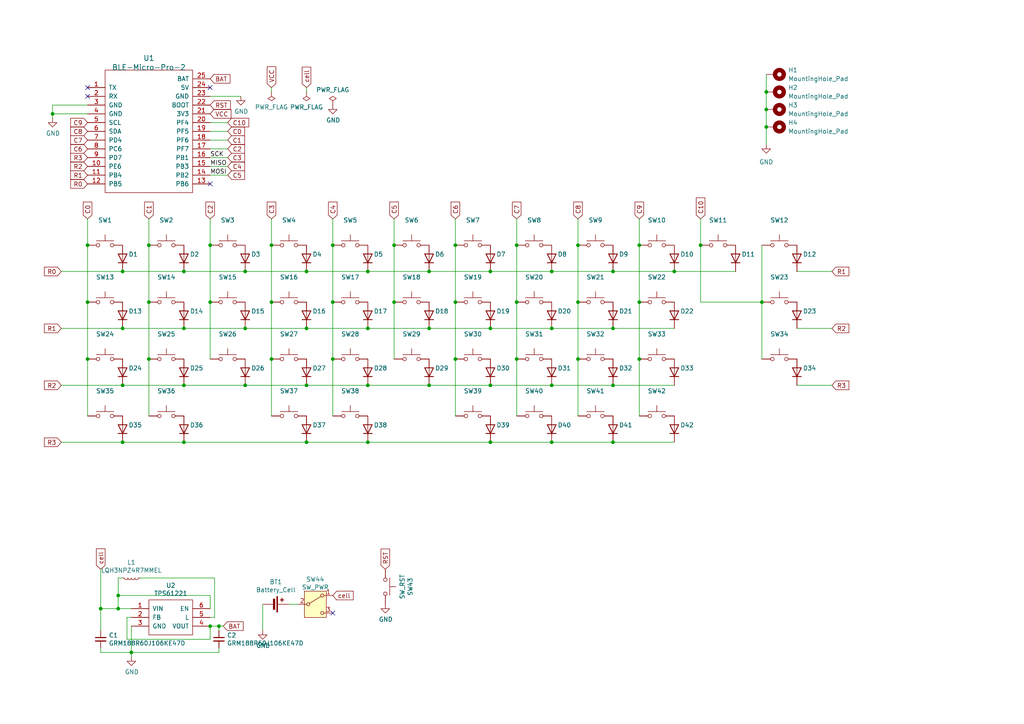
<source format=kicad_sch>
(kicad_sch (version 20250114) (generator "eeschema") (generator_version "9.0")
  (paper "A4")
  (junction (at 160.02 78.74))
  (junction (at 203.2 71.12))
  (junction (at 124.46 78.74))
  (junction (at 160.02 128.27))
  (junction (at 220.98 87.63))
  (junction (at 35.56 111.76))
  (junction (at 53.34 111.76))
  (junction (at 106.68 95.25))
  (junction (at 142.24 95.25))
  (junction (at 25.4 104.14))
  (junction (at 60.96 71.12))
  (junction (at 88.9 78.74))
  (junction (at 167.64 104.14))
  (junction (at 34.29 172.72))
  (junction (at 185.42 87.63))
  (junction (at 124.46 111.76))
  (junction (at 185.42 71.12))
  (junction (at 53.34 95.25))
  (junction (at 35.56 128.27))
  (junction (at 53.34 78.74))
  (junction (at 160.02 111.76))
  (junction (at 177.8 95.25))
  (junction (at 96.52 71.12))
  (junction (at 222.25 36.83))
  (junction (at 106.68 128.27))
  (junction (at 177.8 128.27))
  (junction (at 114.3 71.12))
  (junction (at 15.24 33.02))
  (junction (at 96.52 87.63))
  (junction (at 114.3 87.63))
  (junction (at 78.74 87.63))
  (junction (at 35.56 95.25))
  (junction (at 177.8 111.76))
  (junction (at 88.9 128.27))
  (junction (at 167.64 71.12))
  (junction (at 71.12 95.25))
  (junction (at 222.25 31.75))
  (junction (at 63.5 181.61))
  (junction (at 43.18 71.12))
  (junction (at 149.86 104.14))
  (junction (at 149.86 71.12))
  (junction (at 149.86 87.63))
  (junction (at 88.9 111.76))
  (junction (at 38.1 189.23))
  (junction (at 25.4 87.63))
  (junction (at 124.46 95.25))
  (junction (at 78.74 104.14))
  (junction (at 29.21 176.53))
  (junction (at 195.58 78.74))
  (junction (at 142.24 111.76))
  (junction (at 60.96 87.63))
  (junction (at 53.34 128.27))
  (junction (at 60.96 181.61))
  (junction (at 185.42 104.14))
  (junction (at 25.4 71.12))
  (junction (at 132.08 104.14))
  (junction (at 142.24 78.74))
  (junction (at 43.18 104.14))
  (junction (at 43.18 87.63))
  (junction (at 71.12 78.74))
  (junction (at 35.56 78.74))
  (junction (at 106.68 78.74))
  (junction (at 160.02 95.25))
  (junction (at 96.52 104.14))
  (junction (at 106.68 111.76))
  (junction (at 132.08 87.63))
  (junction (at 71.12 111.76))
  (junction (at 132.08 71.12))
  (junction (at 177.8 78.74))
  (junction (at 167.64 87.63))
  (junction (at 222.25 26.67))
  (junction (at 88.9 95.25))
  (junction (at 142.24 128.27))
  (junction (at 78.74 71.12))
  (junction (at 34.29 176.53))
  (no_connect (at 60.96 25.4))
  (no_connect (at 96.52 177.8))
  (no_connect (at 25.4 25.4))
  (no_connect (at 25.4 27.94))
  (no_connect (at 60.96 53.34))
  (wire (pts (xy 62.23 167.64) (xy 62.23 179.07)))
  (wire (pts (xy 35.56 128.27) (xy 53.34 128.27)))
  (wire (pts (xy 25.4 33.02) (xy 15.24 33.02)))
  (wire (pts (xy 38.1 189.23) (xy 63.5 189.23)))
  (wire (pts (xy 88.9 26.67) (xy 88.9 25.4)))
  (wire (pts (xy 177.8 128.27) (xy 195.58 128.27)))
  (wire (pts (xy 17.78 128.27) (xy 35.56 128.27)))
  (wire (pts (xy 43.18 87.63) (xy 43.18 104.14)))
  (wire (pts (xy 36.83 185.42) (xy 60.96 185.42)))
  (wire (pts (xy 38.1 179.07) (xy 36.83 179.07)))
  (wire (pts (xy 177.8 95.25) (xy 195.58 95.25)))
  (wire (pts (xy 231.14 111.76) (xy 241.3 111.76)))
  (wire (pts (xy 17.78 95.25) (xy 35.56 95.25)))
  (wire (pts (xy 96.52 63.5) (xy 96.52 71.12)))
  (wire (pts (xy 124.46 111.76) (xy 142.24 111.76)))
  (wire (pts (xy 167.64 87.63) (xy 167.64 104.14)))
  (wire (pts (xy 185.42 104.14) (xy 185.42 120.65)))
  (wire (pts (xy 60.96 63.5) (xy 60.96 71.12)))
  (wire (pts (xy 114.3 87.63) (xy 114.3 104.14)))
  (wire (pts (xy 203.2 63.5) (xy 203.2 71.12)))
  (wire (pts (xy 53.34 111.76) (xy 71.12 111.76)))
  (wire (pts (xy 142.24 111.76) (xy 160.02 111.76)))
  (wire (pts (xy 88.9 78.74) (xy 106.68 78.74)))
  (wire (pts (xy 88.9 111.76) (xy 106.68 111.76)))
  (wire (pts (xy 36.83 179.07) (xy 36.83 185.42)))
  (wire (pts (xy 106.68 128.27) (xy 142.24 128.27)))
  (wire (pts (xy 203.2 71.12) (xy 203.2 87.63)))
  (wire (pts (xy 60.96 48.26) (xy 66.04 48.26)))
  (wire (pts (xy 177.8 111.76) (xy 195.58 111.76)))
  (wire (pts (xy 40.64 167.64) (xy 62.23 167.64)))
  (wire (pts (xy 106.68 78.74) (xy 124.46 78.74)))
  (wire (pts (xy 63.5 181.61) (xy 63.5 182.88)))
  (wire (pts (xy 231.14 78.74) (xy 241.3 78.74)))
  (wire (pts (xy 132.08 87.63) (xy 132.08 104.14)))
  (wire (pts (xy 34.29 167.64) (xy 34.29 172.72)))
  (wire (pts (xy 142.24 128.27) (xy 160.02 128.27)))
  (wire (pts (xy 25.4 104.14) (xy 25.4 120.65)))
  (wire (pts (xy 106.68 95.25) (xy 124.46 95.25)))
  (wire (pts (xy 71.12 111.76) (xy 88.9 111.76)))
  (wire (pts (xy 160.02 78.74) (xy 177.8 78.74)))
  (wire (pts (xy 167.64 104.14) (xy 167.64 120.65)))
  (wire (pts (xy 142.24 95.25) (xy 160.02 95.25)))
  (wire (pts (xy 38.1 181.61) (xy 38.1 189.23)))
  (wire (pts (xy 132.08 63.5) (xy 132.08 71.12)))
  (wire (pts (xy 53.34 128.27) (xy 88.9 128.27)))
  (wire (pts (xy 160.02 95.25) (xy 177.8 95.25)))
  (wire (pts (xy 60.96 185.42) (xy 60.96 181.61)))
  (wire (pts (xy 220.98 87.63) (xy 220.98 104.14)))
  (wire (pts (xy 78.74 104.14) (xy 78.74 120.65)))
  (wire (pts (xy 149.86 71.12) (xy 149.86 87.63)))
  (wire (pts (xy 88.9 95.25) (xy 106.68 95.25)))
  (wire (pts (xy 222.25 26.67) (xy 222.25 31.75)))
  (wire (pts (xy 25.4 30.48) (xy 15.24 30.48)))
  (wire (pts (xy 132.08 104.14) (xy 132.08 120.65)))
  (wire (pts (xy 167.64 71.12) (xy 167.64 87.63)))
  (wire (pts (xy 78.74 26.67) (xy 78.74 25.4)))
  (wire (pts (xy 114.3 71.12) (xy 114.3 87.63)))
  (wire (pts (xy 88.9 128.27) (xy 106.68 128.27)))
  (wire (pts (xy 177.8 78.74) (xy 195.58 78.74)))
  (wire (pts (xy 78.74 71.12) (xy 78.74 87.63)))
  (wire (pts (xy 203.2 87.63) (xy 220.98 87.63)))
  (wire (pts (xy 149.86 87.63) (xy 149.86 104.14)))
  (wire (pts (xy 60.96 172.72) (xy 34.29 172.72)))
  (wire (pts (xy 63.5 181.61) (xy 64.77 181.61)))
  (wire (pts (xy 71.12 78.74) (xy 88.9 78.74)))
  (wire (pts (xy 29.21 189.23) (xy 29.21 187.96)))
  (wire (pts (xy 38.1 176.53) (xy 34.29 176.53)))
  (wire (pts (xy 43.18 104.14) (xy 43.18 120.65)))
  (wire (pts (xy 60.96 176.53) (xy 60.96 172.72)))
  (wire (pts (xy 60.96 43.18) (xy 66.04 43.18)))
  (wire (pts (xy 185.42 71.12) (xy 185.42 87.63)))
  (wire (pts (xy 35.56 111.76) (xy 53.34 111.76)))
  (wire (pts (xy 106.68 111.76) (xy 124.46 111.76)))
  (wire (pts (xy 149.86 63.5) (xy 149.86 71.12)))
  (wire (pts (xy 43.18 71.12) (xy 43.18 87.63)))
  (wire (pts (xy 60.96 35.56) (xy 66.04 35.56)))
  (wire (pts (xy 78.74 87.63) (xy 78.74 104.14)))
  (wire (pts (xy 185.42 63.5) (xy 185.42 71.12)))
  (wire (pts (xy 38.1 189.23) (xy 38.1 190.5)))
  (wire (pts (xy 60.96 38.1) (xy 66.04 38.1)))
  (wire (pts (xy 222.25 21.59) (xy 222.25 26.67)))
  (wire (pts (xy 222.25 36.83) (xy 222.25 41.91)))
  (wire (pts (xy 35.56 78.74) (xy 53.34 78.74)))
  (wire (pts (xy 220.98 71.12) (xy 220.98 87.63)))
  (wire (pts (xy 17.78 111.76) (xy 35.56 111.76)))
  (wire (pts (xy 96.52 87.63) (xy 96.52 104.14)))
  (wire (pts (xy 60.96 181.61) (xy 63.5 181.61)))
  (wire (pts (xy 185.42 87.63) (xy 185.42 104.14)))
  (wire (pts (xy 53.34 95.25) (xy 71.12 95.25)))
  (wire (pts (xy 63.5 189.23) (xy 63.5 187.96)))
  (wire (pts (xy 195.58 78.74) (xy 213.36 78.74)))
  (wire (pts (xy 60.96 87.63) (xy 60.96 104.14)))
  (wire (pts (xy 60.96 40.64) (xy 66.04 40.64)))
  (wire (pts (xy 60.96 71.12) (xy 60.96 87.63)))
  (wire (pts (xy 76.2 175.26) (xy 76.2 182.88)))
  (wire (pts (xy 96.52 104.14) (xy 96.52 120.65)))
  (wire (pts (xy 60.96 50.8) (xy 66.04 50.8)))
  (wire (pts (xy 124.46 95.25) (xy 142.24 95.25)))
  (wire (pts (xy 167.64 63.5) (xy 167.64 71.12)))
  (wire (pts (xy 17.78 78.74) (xy 35.56 78.74)))
  (wire (pts (xy 124.46 78.74) (xy 142.24 78.74)))
  (wire (pts (xy 62.23 179.07) (xy 60.96 179.07)))
  (wire (pts (xy 60.96 27.94) (xy 69.85 27.94)))
  (wire (pts (xy 53.34 78.74) (xy 71.12 78.74)))
  (wire (pts (xy 132.08 71.12) (xy 132.08 87.63)))
  (wire (pts (xy 25.4 87.63) (xy 25.4 104.14)))
  (wire (pts (xy 66.04 45.72) (xy 60.96 45.72)))
  (wire (pts (xy 38.1 189.23) (xy 29.21 189.23)))
  (wire (pts (xy 142.24 78.74) (xy 160.02 78.74)))
  (wire (pts (xy 96.52 71.12) (xy 96.52 87.63)))
  (wire (pts (xy 15.24 33.02) (xy 15.24 34.29)))
  (wire (pts (xy 222.25 31.75) (xy 222.25 36.83)))
  (wire (pts (xy 83.82 175.26) (xy 86.36 175.26)))
  (wire (pts (xy 78.74 63.5) (xy 78.74 71.12)))
  (wire (pts (xy 34.29 176.53) (xy 29.21 176.53)))
  (wire (pts (xy 160.02 111.76) (xy 177.8 111.76)))
  (wire (pts (xy 25.4 63.5) (xy 25.4 71.12)))
  (wire (pts (xy 35.56 167.64) (xy 34.29 167.64)))
  (wire (pts (xy 35.56 95.25) (xy 53.34 95.25)))
  (wire (pts (xy 34.29 172.72) (xy 34.29 176.53)))
  (wire (pts (xy 25.4 71.12) (xy 25.4 87.63)))
  (wire (pts (xy 71.12 95.25) (xy 88.9 95.25)))
  (wire (pts (xy 149.86 104.14) (xy 149.86 120.65)))
  (wire (pts (xy 15.24 30.48) (xy 15.24 33.02)))
  (wire (pts (xy 231.14 95.25) (xy 241.3 95.25)))
  (wire (pts (xy 29.21 176.53) (xy 29.21 182.88)))
  (wire (pts (xy 160.02 128.27) (xy 177.8 128.27)))
  (wire (pts (xy 114.3 63.5) (xy 114.3 71.12)))
  (wire (pts (xy 29.21 165.1) (xy 29.21 176.53)))
  (wire (pts (xy 43.18 63.5) (xy 43.18 71.12)))
  (label "SCK" (at 60.96 45.72 0))
  (label "MISO" (at 60.96 48.26 0))
  (label "MOSI" (at 60.96 50.8 0))
  (global_label "C8" (shape input) (at 167.64 63.5 90) (property "Intersheetrefs" "${INTERSHEET_REFS}" (effects (hide yes))))
  (global_label "R3" (shape input) (at 17.78 128.27 180) (property "Intersheetrefs" "${INTERSHEET_REFS}" (effects (hide yes))))
  (global_label "BAT" (shape input) (at 64.77 181.61 0) (property "Intersheetrefs" "${INTERSHEET_REFS}" (effects (hide yes))))
  (global_label "R3" (shape input) (at 241.3 111.76 0) (property "Intersheetrefs" "${INTERSHEET_REFS}" (effects (hide yes))))
  (global_label "cell" (shape input) (at 88.9 25.4 90) (property "Intersheetrefs" "${INTERSHEET_REFS}" (effects (hide yes))))
  (global_label "C1" (shape input) (at 66.04 40.64 0) (property "Intersheetrefs" "${INTERSHEET_REFS}" (effects (hide yes))))
  (global_label "C9" (shape input) (at 185.42 63.5 90) (property "Intersheetrefs" "${INTERSHEET_REFS}" (effects (hide yes))))
  (global_label "R1" (shape input) (at 17.78 95.25 180) (property "Intersheetrefs" "${INTERSHEET_REFS}" (effects (hide yes))))
  (global_label "R2" (shape input) (at 25.4 48.26 180) (property "Intersheetrefs" "${INTERSHEET_REFS}" (effects (hide yes))))
  (global_label "C6" (shape input) (at 132.08 63.5 90) (property "Intersheetrefs" "${INTERSHEET_REFS}" (effects (hide yes))))
  (global_label "R1" (shape input) (at 241.3 78.74 0) (property "Intersheetrefs" "${INTERSHEET_REFS}" (effects (hide yes))))
  (global_label "C2" (shape input) (at 60.96 63.5 90) (property "Intersheetrefs" "${INTERSHEET_REFS}" (effects (hide yes))))
  (global_label "R1" (shape input) (at 25.4 50.8 180) (property "Intersheetrefs" "${INTERSHEET_REFS}" (effects (hide yes))))
  (global_label "C9" (shape input) (at 25.4 35.56 180) (property "Intersheetrefs" "${INTERSHEET_REFS}" (effects (hide yes))))
  (global_label "R0" (shape input) (at 17.78 78.74 180) (property "Intersheetrefs" "${INTERSHEET_REFS}" (effects (hide yes))))
  (global_label "R2" (shape input) (at 241.3 95.25 0) (property "Intersheetrefs" "${INTERSHEET_REFS}" (effects (hide yes))))
  (global_label "C4" (shape input) (at 96.52 63.5 90) (property "Intersheetrefs" "${INTERSHEET_REFS}" (effects (hide yes))))
  (global_label "R2" (shape input) (at 17.78 111.76 180) (property "Intersheetrefs" "${INTERSHEET_REFS}" (effects (hide yes))))
  (global_label "VCC" (shape input) (at 60.96 33.02 0) (property "Intersheetrefs" "${INTERSHEET_REFS}" (effects (hide yes))))
  (global_label "C0" (shape input) (at 25.4 63.5 90) (property "Intersheetrefs" "${INTERSHEET_REFS}" (effects (hide yes))))
  (global_label "C1" (shape input) (at 43.18 63.5 90) (property "Intersheetrefs" "${INTERSHEET_REFS}" (effects (hide yes))))
  (global_label "RST" (shape input) (at 60.96 30.48 0) (property "Intersheetrefs" "${INTERSHEET_REFS}" (effects (hide yes))))
  (global_label "C3" (shape input) (at 66.04 45.72 0) (property "Intersheetrefs" "${INTERSHEET_REFS}" (effects (hide yes))))
  (global_label "RST" (shape input) (at 111.76 165.1 90) (property "Intersheetrefs" "${INTERSHEET_REFS}" (effects (hide yes))))
  (global_label "R0" (shape input) (at 25.4 53.34 180) (property "Intersheetrefs" "${INTERSHEET_REFS}" (effects (hide yes))))
  (global_label "cell" (shape input) (at 29.21 165.1 90) (property "Intersheetrefs" "${INTERSHEET_REFS}" (effects (hide yes))))
  (global_label "C4" (shape input) (at 66.04 48.26 0) (property "Intersheetrefs" "${INTERSHEET_REFS}" (effects (hide yes))))
  (global_label "C3" (shape input) (at 78.74 63.5 90) (property "Intersheetrefs" "${INTERSHEET_REFS}" (effects (hide yes))))
  (global_label "C7" (shape input) (at 149.86 63.5 90) (property "Intersheetrefs" "${INTERSHEET_REFS}" (effects (hide yes))))
  (global_label "R3" (shape input) (at 25.4 45.72 180) (property "Intersheetrefs" "${INTERSHEET_REFS}" (effects (hide yes))))
  (global_label "C7" (shape input) (at 25.4 40.64 180) (property "Intersheetrefs" "${INTERSHEET_REFS}" (effects (hide yes))))
  (global_label "BAT" (shape input) (at 60.96 22.86 0) (property "Intersheetrefs" "${INTERSHEET_REFS}" (effects (hide yes))))
  (global_label "VCC" (shape input) (at 78.74 25.4 90) (property "Intersheetrefs" "${INTERSHEET_REFS}" (effects (hide yes))))
  (global_label "C10" (shape input) (at 203.2 63.5 90) (property "Intersheetrefs" "${INTERSHEET_REFS}" (effects (hide yes))))
  (global_label "C6" (shape input) (at 25.4 43.18 180) (property "Intersheetrefs" "${INTERSHEET_REFS}" (effects (hide yes))))
  (global_label "C0" (shape input) (at 66.04 38.1 0) (property "Intersheetrefs" "${INTERSHEET_REFS}" (effects (hide yes))))
  (global_label "C5" (shape input) (at 66.04 50.8 0) (property "Intersheetrefs" "${INTERSHEET_REFS}" (effects (hide yes))))
  (global_label "cell" (shape input) (at 96.52 172.72 0) (property "Intersheetrefs" "${INTERSHEET_REFS}" (effects (hide yes))))
  (global_label "C2" (shape input) (at 66.04 43.18 0) (property "Intersheetrefs" "${INTERSHEET_REFS}" (effects (hide yes))))
  (global_label "C5" (shape input) (at 114.3 63.5 90) (property "Intersheetrefs" "${INTERSHEET_REFS}" (effects (hide yes))))
  (global_label "C8" (shape input) (at 25.4 38.1 180) (property "Intersheetrefs" "${INTERSHEET_REFS}" (effects (hide yes))))
  (global_label "C10" (shape input) (at 66.04 35.56 0) (property "Intersheetrefs" "${INTERSHEET_REFS}" (effects (hide yes))))
  (symbol (lib_id "power:PWR_FLAG") (at 88.9 26.67 180) (unit 1)
    (property "Reference" "#FLG02" (effects (hide yes)))
    (property "Value" "PWR_FLAG" (at 88.9 31.0642 0))
  )
  (symbol (lib_id "Device:Battery_Cell") (at 78.74 175.26 270) (mirror x) (unit 1)
    (property "Reference" "BT1" (at 80.01 168.783 90))
    (property "Value" "Battery_Cell" (at 80.01 171.0944 90))
    (property "Footprint" "Battery:BatteryHolder_Keystone_2466_1xAAA" (effects (hide yes)))
  )
  (symbol (lib_id "power:GND") (at 76.2 182.88 0) (unit 1)
    (property "Reference" "#PWR06" (effects (hide yes)))
    (property "Value" "GND" (at 76.327 187.2742 0))
  )
  (symbol (lib_id "Switch:SW_Push") (at 30.48 71.12 0) (unit 1)
    (property "Reference" "SW1" (at 30.48 63.881 0))
    (property "Value" "CPG151101S11-16" (effects (hide yes)))
    (property "Footprint" "cscslib:CPG151101S11_1.5u" (effects (hide yes)))
  )
  (symbol (lib_id "Diode:1N4148W") (at 35.56 74.93 90) (unit 1)
    (property "Reference" "D1" (at 37.2872 73.7616 90) (effects (justify right)))
    (property "Value" "1N4148W" (effects (hide yes)))
    (property "Footprint" "Diode_SMD:D_SOD-123" (effects (hide yes)))
    (property "Datasheet" "https://www.vishay.com/docs/85748/1n4148w.pdf" (effects (hide yes)))
    (property "Description" "75V 0.15A Fast Switching Diode, SOD-123" (effects (hide yes)))
    (property "Sim.Device" "D" (effects (hide yes)))
    (property "Sim.Pins" "1=K 2=A" (effects (hide yes)))
  )
  (symbol (lib_id "Switch:SW_Push") (at 48.26 71.12 0) (unit 1)
    (property "Reference" "SW2" (at 48.26 63.881 0))
    (property "Value" "CPG151101S11-16" (effects (hide yes)))
    (property "Footprint" "cscslib:CPG151101S11_1u" (effects (hide yes)))
  )
  (symbol (lib_id "Diode:1N4148W") (at 53.34 74.93 90) (unit 1)
    (property "Reference" "D2" (at 55.0672 73.7616 90) (effects (justify right)))
    (property "Value" "1N4148W" (effects (hide yes)))
    (property "Footprint" "Diode_SMD:D_SOD-123" (effects (hide yes)))
    (property "Datasheet" "https://www.vishay.com/docs/85748/1n4148w.pdf" (effects (hide yes)))
    (property "Description" "75V 0.15A Fast Switching Diode, SOD-123" (effects (hide yes)))
    (property "Sim.Device" "D" (effects (hide yes)))
    (property "Sim.Pins" "1=K 2=A" (effects (hide yes)))
  )
  (symbol (lib_id "Switch:SW_Push") (at 66.04 71.12 0) (unit 1)
    (property "Reference" "SW3" (at 66.04 63.881 0))
    (property "Value" "CPG151101S11-16" (effects (hide yes)))
    (property "Footprint" "cscslib:CPG151101S11_1u" (effects (hide yes)))
  )
  (symbol (lib_id "Diode:1N4148W") (at 71.12 74.93 90) (unit 1)
    (property "Reference" "D3" (at 72.8472 73.7616 90) (effects (justify right)))
    (property "Value" "1N4148W" (effects (hide yes)))
    (property "Footprint" "Diode_SMD:D_SOD-123" (effects (hide yes)))
    (property "Datasheet" "https://www.vishay.com/docs/85748/1n4148w.pdf" (effects (hide yes)))
    (property "Description" "75V 0.15A Fast Switching Diode, SOD-123" (effects (hide yes)))
    (property "Sim.Device" "D" (effects (hide yes)))
    (property "Sim.Pins" "1=K 2=A" (effects (hide yes)))
  )
  (symbol (lib_id "Switch:SW_Push") (at 83.82 71.12 0) (unit 1)
    (property "Reference" "SW4" (at 83.82 63.881 0))
    (property "Value" "CPG151101S11-16" (effects (hide yes)))
    (property "Footprint" "cscslib:CPG151101S11_1u" (effects (hide yes)))
  )
  (symbol (lib_id "Diode:1N4148W") (at 88.9 74.93 90) (unit 1)
    (property "Reference" "D4" (at 90.6272 73.7616 90) (effects (justify right)))
    (property "Value" "1N4148W" (effects (hide yes)))
    (property "Footprint" "Diode_SMD:D_SOD-123" (effects (hide yes)))
    (property "Datasheet" "https://www.vishay.com/docs/85748/1n4148w.pdf" (effects (hide yes)))
    (property "Description" "75V 0.15A Fast Switching Diode, SOD-123" (effects (hide yes)))
    (property "Sim.Device" "D" (effects (hide yes)))
    (property "Sim.Pins" "1=K 2=A" (effects (hide yes)))
  )
  (symbol (lib_id "Switch:SW_Push") (at 101.6 71.12 0) (unit 1)
    (property "Reference" "SW5" (at 101.6 63.881 0))
    (property "Value" "CPG151101S11-16" (effects (hide yes)))
    (property "Footprint" "cscslib:CPG151101S11_1u" (effects (hide yes)))
  )
  (symbol (lib_id "Diode:1N4148W") (at 106.68 74.93 90) (unit 1)
    (property "Reference" "D5" (at 108.4072 73.7616 90) (effects (justify right)))
    (property "Value" "1N4148W" (effects (hide yes)))
    (property "Footprint" "Diode_SMD:D_SOD-123" (effects (hide yes)))
    (property "Datasheet" "https://www.vishay.com/docs/85748/1n4148w.pdf" (effects (hide yes)))
    (property "Description" "75V 0.15A Fast Switching Diode, SOD-123" (effects (hide yes)))
    (property "Sim.Device" "D" (effects (hide yes)))
    (property "Sim.Pins" "1=K 2=A" (effects (hide yes)))
  )
  (symbol (lib_id "Switch:SW_Push") (at 119.38 71.12 0) (unit 1)
    (property "Reference" "SW6" (at 119.38 63.881 0))
    (property "Value" "CPG151101S11-16" (effects (hide yes)))
    (property "Footprint" "cscslib:CPG151101S11_1u" (effects (hide yes)))
  )
  (symbol (lib_id "Diode:1N4148W") (at 124.46 74.93 90) (unit 1)
    (property "Reference" "D6" (at 126.1872 73.7616 90) (effects (justify right)))
    (property "Value" "1N4148W" (effects (hide yes)))
    (property "Footprint" "Diode_SMD:D_SOD-123" (effects (hide yes)))
    (property "Datasheet" "https://www.vishay.com/docs/85748/1n4148w.pdf" (effects (hide yes)))
    (property "Description" "75V 0.15A Fast Switching Diode, SOD-123" (effects (hide yes)))
    (property "Sim.Device" "D" (effects (hide yes)))
    (property "Sim.Pins" "1=K 2=A" (effects (hide yes)))
  )
  (symbol (lib_id "Switch:SW_SPDT") (at 91.44 175.26 0) (unit 1)
    (property "Reference" "SW44" (at 91.44 168.021 0))
    (property "Value" "SW_PWR" (at 91.44 170.3324 0))
    (property "Footprint" "cscslib:SLIDE_SWITCH_SK-12D01" (effects (hide yes)))
  )
  (symbol (lib_id "Switch:SW_Push") (at 30.48 87.63 0) (unit 1)
    (property "Reference" "SW13" (at 30.48 80.391 0))
    (property "Value" "CPG151101S11-16" (effects (hide yes)))
    (property "Footprint" "cscslib:CPG151101S11_1.75u" (effects (hide yes)))
  )
  (symbol (lib_id "Diode:1N4148W") (at 35.56 91.44 90) (unit 1)
    (property "Reference" "D13" (at 37.2872 90.2716 90) (effects (justify right)))
    (property "Value" "1N4148W" (effects (hide yes)))
    (property "Footprint" "Diode_SMD:D_SOD-123" (effects (hide yes)))
    (property "Datasheet" "https://www.vishay.com/docs/85748/1n4148w.pdf" (effects (hide yes)))
    (property "Description" "75V 0.15A Fast Switching Diode, SOD-123" (effects (hide yes)))
    (property "Sim.Device" "D" (effects (hide yes)))
    (property "Sim.Pins" "1=K 2=A" (effects (hide yes)))
  )
  (symbol (lib_id "Switch:SW_Push") (at 48.26 87.63 0) (unit 1)
    (property "Reference" "SW14" (at 48.26 80.391 0))
    (property "Value" "CPG151101S11-16" (effects (hide yes)))
    (property "Footprint" "cscslib:CPG151101S11_1u" (effects (hide yes)))
  )
  (symbol (lib_id "Diode:1N4148W") (at 53.34 91.44 90) (unit 1)
    (property "Reference" "D14" (at 55.0672 90.2716 90) (effects (justify right)))
    (property "Value" "1N4148W" (effects (hide yes)))
    (property "Footprint" "Diode_SMD:D_SOD-123" (effects (hide yes)))
    (property "Datasheet" "https://www.vishay.com/docs/85748/1n4148w.pdf" (effects (hide yes)))
    (property "Description" "75V 0.15A Fast Switching Diode, SOD-123" (effects (hide yes)))
    (property "Sim.Device" "D" (effects (hide yes)))
    (property "Sim.Pins" "1=K 2=A" (effects (hide yes)))
  )
  (symbol (lib_id "Switch:SW_Push") (at 66.04 87.63 0) (unit 1)
    (property "Reference" "SW15" (at 66.04 80.391 0))
    (property "Value" "CPG151101S11-16" (effects (hide yes)))
    (property "Footprint" "cscslib:CPG151101S11_1u" (effects (hide yes)))
  )
  (symbol (lib_id "Diode:1N4148W") (at 71.12 91.44 90) (unit 1)
    (property "Reference" "D15" (at 72.8472 90.2716 90) (effects (justify right)))
    (property "Value" "1N4148W" (effects (hide yes)))
    (property "Footprint" "Diode_SMD:D_SOD-123" (effects (hide yes)))
    (property "Datasheet" "https://www.vishay.com/docs/85748/1n4148w.pdf" (effects (hide yes)))
    (property "Description" "75V 0.15A Fast Switching Diode, SOD-123" (effects (hide yes)))
    (property "Sim.Device" "D" (effects (hide yes)))
    (property "Sim.Pins" "1=K 2=A" (effects (hide yes)))
  )
  (symbol (lib_id "Switch:SW_Push") (at 83.82 87.63 0) (unit 1)
    (property "Reference" "SW16" (at 83.82 80.391 0))
    (property "Value" "CPG151101S11-16" (effects (hide yes)))
    (property "Footprint" "cscslib:CPG151101S11_1u" (effects (hide yes)))
  )
  (symbol (lib_id "Diode:1N4148W") (at 88.9 91.44 90) (unit 1)
    (property "Reference" "D16" (at 90.6272 90.2716 90) (effects (justify right)))
    (property "Value" "1N4148W" (effects (hide yes)))
    (property "Footprint" "Diode_SMD:D_SOD-123" (effects (hide yes)))
    (property "Datasheet" "https://www.vishay.com/docs/85748/1n4148w.pdf" (effects (hide yes)))
    (property "Description" "75V 0.15A Fast Switching Diode, SOD-123" (effects (hide yes)))
    (property "Sim.Device" "D" (effects (hide yes)))
    (property "Sim.Pins" "1=K 2=A" (effects (hide yes)))
  )
  (symbol (lib_id "Switch:SW_Push") (at 101.6 87.63 0) (unit 1)
    (property "Reference" "SW17" (at 101.6 80.391 0))
    (property "Value" "CPG151101S11-16" (effects (hide yes)))
    (property "Footprint" "cscslib:CPG151101S11_1u" (effects (hide yes)))
  )
  (symbol (lib_id "Diode:1N4148W") (at 106.68 91.44 90) (unit 1)
    (property "Reference" "D17" (at 108.4072 90.2716 90) (effects (justify right)))
    (property "Value" "1N4148W" (effects (hide yes)))
    (property "Footprint" "Diode_SMD:D_SOD-123" (effects (hide yes)))
    (property "Datasheet" "https://www.vishay.com/docs/85748/1n4148w.pdf" (effects (hide yes)))
    (property "Description" "75V 0.15A Fast Switching Diode, SOD-123" (effects (hide yes)))
    (property "Sim.Device" "D" (effects (hide yes)))
    (property "Sim.Pins" "1=K 2=A" (effects (hide yes)))
  )
  (symbol (lib_id "Switch:SW_Push") (at 119.38 87.63 0) (unit 1)
    (property "Reference" "SW18" (at 119.38 80.391 0))
    (property "Value" "CPG151101S11-16" (effects (hide yes)))
    (property "Footprint" "cscslib:CPG151101S11_1u" (effects (hide yes)))
  )
  (symbol (lib_id "Diode:1N4148W") (at 124.46 91.44 90) (unit 1)
    (property "Reference" "D18" (at 126.1872 90.2716 90) (effects (justify right)))
    (property "Value" "1N4148W" (effects (hide yes)))
    (property "Footprint" "Diode_SMD:D_SOD-123" (effects (hide yes)))
    (property "Datasheet" "https://www.vishay.com/docs/85748/1n4148w.pdf" (effects (hide yes)))
    (property "Description" "75V 0.15A Fast Switching Diode, SOD-123" (effects (hide yes)))
    (property "Sim.Device" "D" (effects (hide yes)))
    (property "Sim.Pins" "1=K 2=A" (effects (hide yes)))
  )
  (symbol (lib_id "Switch:SW_Push") (at 30.48 104.14 0) (unit 1)
    (property "Reference" "SW24" (at 30.48 96.901 0))
    (property "Value" "CPG151101S11-16" (effects (hide yes)))
    (property "Footprint" "cscslib:CPG151101S11_2.25u" (effects (hide yes)))
  )
  (symbol (lib_id "Diode:1N4148W") (at 35.56 107.95 90) (unit 1)
    (property "Reference" "D24" (at 37.2872 106.7816 90) (effects (justify right)))
    (property "Value" "1N4148W" (effects (hide yes)))
    (property "Footprint" "Diode_SMD:D_SOD-123" (effects (hide yes)))
    (property "Datasheet" "https://www.vishay.com/docs/85748/1n4148w.pdf" (effects (hide yes)))
    (property "Description" "75V 0.15A Fast Switching Diode, SOD-123" (effects (hide yes)))
    (property "Sim.Device" "D" (effects (hide yes)))
    (property "Sim.Pins" "1=K 2=A" (effects (hide yes)))
  )
  (symbol (lib_id "Switch:SW_Push") (at 48.26 104.14 0) (unit 1)
    (property "Reference" "SW25" (at 48.26 96.901 0))
    (property "Value" "CPG151101S11-16" (effects (hide yes)))
    (property "Footprint" "cscslib:CPG151101S11_1u" (effects (hide yes)))
  )
  (symbol (lib_id "Diode:1N4148W") (at 53.34 107.95 90) (unit 1)
    (property "Reference" "D25" (at 55.0672 106.7816 90) (effects (justify right)))
    (property "Value" "1N4148W" (effects (hide yes)))
    (property "Footprint" "Diode_SMD:D_SOD-123" (effects (hide yes)))
    (property "Datasheet" "https://www.vishay.com/docs/85748/1n4148w.pdf" (effects (hide yes)))
    (property "Description" "75V 0.15A Fast Switching Diode, SOD-123" (effects (hide yes)))
    (property "Sim.Device" "D" (effects (hide yes)))
    (property "Sim.Pins" "1=K 2=A" (effects (hide yes)))
  )
  (symbol (lib_id "Switch:SW_Push") (at 66.04 104.14 0) (unit 1)
    (property "Reference" "SW26" (at 66.04 96.901 0))
    (property "Value" "CPG151101S11-16" (effects (hide yes)))
    (property "Footprint" "cscslib:CPG151101S11_1u" (effects (hide yes)))
  )
  (symbol (lib_id "Diode:1N4148W") (at 71.12 107.95 90) (unit 1)
    (property "Reference" "D26" (at 72.8472 106.7816 90) (effects (justify right)))
    (property "Value" "1N4148W" (effects (hide yes)))
    (property "Footprint" "Diode_SMD:D_SOD-123" (effects (hide yes)))
    (property "Datasheet" "https://www.vishay.com/docs/85748/1n4148w.pdf" (effects (hide yes)))
    (property "Description" "75V 0.15A Fast Switching Diode, SOD-123" (effects (hide yes)))
    (property "Sim.Device" "D" (effects (hide yes)))
    (property "Sim.Pins" "1=K 2=A" (effects (hide yes)))
  )
  (symbol (lib_id "Switch:SW_Push") (at 83.82 104.14 0) (unit 1)
    (property "Reference" "SW27" (at 83.82 96.901 0))
    (property "Value" "CPG151101S11-16" (effects (hide yes)))
    (property "Footprint" "cscslib:CPG151101S11_1u" (effects (hide yes)))
  )
  (symbol (lib_id "Diode:1N4148W") (at 88.9 107.95 90) (unit 1)
    (property "Reference" "D27" (at 90.6272 106.7816 90) (effects (justify right)))
    (property "Value" "1N4148W" (effects (hide yes)))
    (property "Footprint" "Diode_SMD:D_SOD-123" (effects (hide yes)))
    (property "Datasheet" "https://www.vishay.com/docs/85748/1n4148w.pdf" (effects (hide yes)))
    (property "Description" "75V 0.15A Fast Switching Diode, SOD-123" (effects (hide yes)))
    (property "Sim.Device" "D" (effects (hide yes)))
    (property "Sim.Pins" "1=K 2=A" (effects (hide yes)))
  )
  (symbol (lib_id "Switch:SW_Push") (at 101.6 104.14 0) (unit 1)
    (property "Reference" "SW28" (at 101.6 96.901 0))
    (property "Value" "CPG151101S11-16" (effects (hide yes)))
    (property "Footprint" "cscslib:CPG151101S11_1u" (effects (hide yes)))
  )
  (symbol (lib_id "Diode:1N4148W") (at 106.68 107.95 90) (unit 1)
    (property "Reference" "D28" (at 108.4072 106.7816 90) (effects (justify right)))
    (property "Value" "1N4148W" (effects (hide yes)))
    (property "Footprint" "Diode_SMD:D_SOD-123" (effects (hide yes)))
    (property "Datasheet" "https://www.vishay.com/docs/85748/1n4148w.pdf" (effects (hide yes)))
    (property "Description" "75V 0.15A Fast Switching Diode, SOD-123" (effects (hide yes)))
    (property "Sim.Device" "D" (effects (hide yes)))
    (property "Sim.Pins" "1=K 2=A" (effects (hide yes)))
  )
  (symbol (lib_id "Switch:SW_Push") (at 119.38 104.14 0) (unit 1)
    (property "Reference" "SW29" (at 119.38 96.901 0))
    (property "Value" "CPG151101S11-16" (effects (hide yes)))
    (property "Footprint" "cscslib:CPG151101S11_1u" (effects (hide yes)))
  )
  (symbol (lib_id "Diode:1N4148W") (at 124.46 107.95 90) (unit 1)
    (property "Reference" "D29" (at 126.1872 106.7816 90) (effects (justify right)))
    (property "Value" "1N4148W" (effects (hide yes)))
    (property "Footprint" "Diode_SMD:D_SOD-123" (effects (hide yes)))
    (property "Datasheet" "https://www.vishay.com/docs/85748/1n4148w.pdf" (effects (hide yes)))
    (property "Description" "75V 0.15A Fast Switching Diode, SOD-123" (effects (hide yes)))
    (property "Sim.Device" "D" (effects (hide yes)))
    (property "Sim.Pins" "1=K 2=A" (effects (hide yes)))
  )
  (symbol (lib_id "Switch:SW_Push") (at 137.16 71.12 0) (unit 1)
    (property "Reference" "SW7" (at 137.16 63.881 0))
    (property "Value" "CPG151101S11-16" (effects (hide yes)))
    (property "Footprint" "cscslib:CPG151101S11_1u" (effects (hide yes)))
  )
  (symbol (lib_id "Diode:1N4148W") (at 142.24 74.93 90) (unit 1)
    (property "Reference" "D7" (at 143.9672 73.7616 90) (effects (justify right)))
    (property "Value" "1N4148W" (effects (hide yes)))
    (property "Footprint" "Diode_SMD:D_SOD-123" (effects (hide yes)))
    (property "Datasheet" "https://www.vishay.com/docs/85748/1n4148w.pdf" (effects (hide yes)))
    (property "Description" "75V 0.15A Fast Switching Diode, SOD-123" (effects (hide yes)))
    (property "Sim.Device" "D" (effects (hide yes)))
    (property "Sim.Pins" "1=K 2=A" (effects (hide yes)))
  )
  (symbol (lib_id "Switch:SW_Push") (at 137.16 87.63 0) (unit 1)
    (property "Reference" "SW19" (at 137.16 80.391 0))
    (property "Value" "CPG151101S11-16" (effects (hide yes)))
    (property "Footprint" "cscslib:CPG151101S11_1u" (effects (hide yes)))
  )
  (symbol (lib_id "Diode:1N4148W") (at 142.24 91.44 90) (unit 1)
    (property "Reference" "D19" (at 143.9672 90.2716 90) (effects (justify right)))
    (property "Value" "1N4148W" (effects (hide yes)))
    (property "Footprint" "Diode_SMD:D_SOD-123" (effects (hide yes)))
    (property "Datasheet" "https://www.vishay.com/docs/85748/1n4148w.pdf" (effects (hide yes)))
    (property "Description" "75V 0.15A Fast Switching Diode, SOD-123" (effects (hide yes)))
    (property "Sim.Device" "D" (effects (hide yes)))
    (property "Sim.Pins" "1=K 2=A" (effects (hide yes)))
  )
  (symbol (lib_id "Switch:SW_Push") (at 172.72 104.14 0) (unit 1)
    (property "Reference" "SW32" (at 172.72 96.901 0))
    (property "Value" "CPG151101S11-16" (effects (hide yes)))
    (property "Footprint" "cscslib:CPG151101S11_1u" (effects (hide yes)))
  )
  (symbol (lib_id "Diode:1N4148W") (at 177.8 107.95 90) (unit 1)
    (property "Reference" "D32" (at 179.5272 106.7816 90) (effects (justify right)))
    (property "Value" "1N4148W" (effects (hide yes)))
    (property "Footprint" "Diode_SMD:D_SOD-123" (effects (hide yes)))
    (property "Datasheet" "https://www.vishay.com/docs/85748/1n4148w.pdf" (effects (hide yes)))
    (property "Description" "75V 0.15A Fast Switching Diode, SOD-123" (effects (hide yes)))
    (property "Sim.Device" "D" (effects (hide yes)))
    (property "Sim.Pins" "1=K 2=A" (effects (hide yes)))
  )
  (symbol (lib_id "power:GND") (at 15.24 34.29 0) (unit 1)
    (property "Reference" "#PWR04" (effects (hide yes)))
    (property "Value" "GND" (at 15.367 38.6842 0))
  )
  (symbol (lib_id "power:GND") (at 69.85 27.94 0) (unit 1)
    (property "Reference" "#PWR01" (effects (hide yes)))
    (property "Value" "GND" (at 69.977 32.3342 0))
  )
  (symbol (lib_id "power:GND") (at 96.52 30.48 0) (unit 1)
    (property "Reference" "#PWR02" (effects (hide yes)))
    (property "Value" "GND" (at 96.647 34.8742 0))
  )
  (symbol (lib_id "power:PWR_FLAG") (at 96.52 30.48 0) (unit 1)
    (property "Reference" "#FLG03" (effects (hide yes)))
    (property "Value" "PWR_FLAG" (at 96.52 26.0604 0))
  )
  (symbol (lib_id "power:PWR_FLAG") (at 78.74 26.67 180) (unit 1)
    (property "Reference" "#FLG01" (effects (hide yes)))
    (property "Value" "PWR_FLAG" (at 78.74 31.0642 0))
  )
  (symbol (lib_id "Switch:SW_Push") (at 111.76 170.18 270) (unit 1)
    (property "Reference" "SW43" (at 118.999 170.18 0))
    (property "Value" "SW_RST" (at 116.6876 170.18 0))
    (property "Footprint" "cscslib:TACT_SWITCH_TVBP06" (effects (hide yes)))
  )
  (symbol (lib_id "power:GND") (at 111.76 175.26 0) (unit 1)
    (property "Reference" "#PWR05" (effects (hide yes)))
    (property "Value" "GND" (at 111.887 179.6542 0))
  )
  (symbol (lib_id "Device:C_Small") (at 29.21 185.42 0) (unit 1)
    (property "Reference" "C1" (at 31.5468 184.2516 0) (effects (justify left)))
    (property "Value" "GRM188R60J106KE47D" (at 31.5468 186.563 0) (effects (justify left)))
    (property "Footprint" "Capacitor_SMD:C_0603_1608Metric_Pad1.08x0.95mm_HandSolder" (effects (hide yes)))
    (property "Description" "Unpolarized capacitor, small symbol" (effects (hide yes)))
  )
  (symbol (lib_id "Device:C_Small") (at 63.5 185.42 0) (unit 1)
    (property "Reference" "C2" (at 65.8368 184.2516 0) (effects (justify left)))
    (property "Value" "GRM188R60J106KE47D" (at 65.8368 186.563 0) (effects (justify left)))
    (property "Footprint" "Capacitor_SMD:C_0603_1608Metric_Pad1.08x0.95mm_HandSolder" (effects (hide yes)))
    (property "Description" "Unpolarized capacitor, small symbol" (effects (hide yes)))
  )
  (symbol (lib_id "Device:L_Small") (at 38.1 167.64 270) (unit 1)
    (property "Reference" "L1" (at 38.1 163.1188 90))
    (property "Value" "LQH3NPZ4R7MMEL" (at 38.1 165.4302 90))
    (property "Footprint" "Inductor_SMD:L_Taiyo-Yuden_NR-30xx_HandSoldering" (effects (hide yes)))
  )
  (symbol (lib_id "power:GND") (at 38.1 190.5 0) (unit 1)
    (property "Reference" "#PWR07" (effects (hide yes)))
    (property "Value" "GND" (at 38.227 194.8942 0))
  )
  (symbol (lib_id "cscslib:TPS61221") (at 49.53 179.07 0) (unit 1)
    (property "Reference" "U2" (at 49.53 169.799 0))
    (property "Value" "TPS61221" (at 49.53 172.1104 0))
    (property "Footprint" "Package_TO_SOT_SMD:SOT-363_SC-70-6_Handsoldering" (effects (hide yes)))
  )
  (symbol (lib_id "cscslib:BLE-Micro-Pro-2") (at 43.18 39.37 0) (unit 1)
    (property "Reference" "U1" (at 43.18 16.8402 0) (effects (font (size 1.524 1.524))))
    (property "Value" "BLE-Micro-Pro-2" (at 43.18 19.5326 0) (effects (font (size 1.524 1.524))))
    (property "Footprint" "cscslib:BLEMicroPro-2N" (effects (hide yes)))
  )
  (symbol (lib_id "Switch:SW_Push") (at 154.94 71.12 0) (unit 1)
    (property "Reference" "SW8" (at 154.94 63.881 0))
    (property "Value" "CPG151101S11-16" (effects (hide yes)))
    (property "Footprint" "cscslib:CPG151101S11_1u" (effects (hide yes)))
  )
  (symbol (lib_id "Diode:1N4148W") (at 160.02 74.93 90) (unit 1)
    (property "Reference" "D8" (at 161.7472 73.7616 90) (effects (justify right)))
    (property "Value" "1N4148W" (effects (hide yes)))
    (property "Footprint" "Diode_SMD:D_SOD-123" (effects (hide yes)))
    (property "Datasheet" "https://www.vishay.com/docs/85748/1n4148w.pdf" (effects (hide yes)))
    (property "Description" "75V 0.15A Fast Switching Diode, SOD-123" (effects (hide yes)))
    (property "Sim.Device" "D" (effects (hide yes)))
    (property "Sim.Pins" "1=K 2=A" (effects (hide yes)))
  )
  (symbol (lib_id "Switch:SW_Push") (at 154.94 87.63 0) (unit 1)
    (property "Reference" "SW20" (at 154.94 80.391 0))
    (property "Value" "CPG151101S11-16" (effects (hide yes)))
    (property "Footprint" "cscslib:CPG151101S11_1u" (effects (hide yes)))
  )
  (symbol (lib_id "Diode:1N4148W") (at 160.02 91.44 90) (unit 1)
    (property "Reference" "D20" (at 161.7472 90.2716 90) (effects (justify right)))
    (property "Value" "1N4148W" (effects (hide yes)))
    (property "Footprint" "Diode_SMD:D_SOD-123" (effects (hide yes)))
    (property "Datasheet" "https://www.vishay.com/docs/85748/1n4148w.pdf" (effects (hide yes)))
    (property "Description" "75V 0.15A Fast Switching Diode, SOD-123" (effects (hide yes)))
    (property "Sim.Device" "D" (effects (hide yes)))
    (property "Sim.Pins" "1=K 2=A" (effects (hide yes)))
  )
  (symbol (lib_id "Switch:SW_Push") (at 137.16 104.14 0) (unit 1)
    (property "Reference" "SW30" (at 137.16 96.901 0))
    (property "Value" "CPG151101S11-16" (effects (hide yes)))
    (property "Footprint" "cscslib:CPG151101S11_1u" (effects (hide yes)))
  )
  (symbol (lib_id "Diode:1N4148W") (at 142.24 107.95 90) (unit 1)
    (property "Reference" "D30" (at 143.9672 106.7816 90) (effects (justify right)))
    (property "Value" "1N4148W" (effects (hide yes)))
    (property "Footprint" "Diode_SMD:D_SOD-123" (effects (hide yes)))
    (property "Datasheet" "https://www.vishay.com/docs/85748/1n4148w.pdf" (effects (hide yes)))
    (property "Description" "75V 0.15A Fast Switching Diode, SOD-123" (effects (hide yes)))
    (property "Sim.Device" "D" (effects (hide yes)))
    (property "Sim.Pins" "1=K 2=A" (effects (hide yes)))
  )
  (symbol (lib_id "Switch:SW_Push") (at 172.72 71.12 0) (unit 1)
    (property "Reference" "SW9" (at 172.72 63.881 0))
    (property "Value" "CPG151101S11-16" (effects (hide yes)))
    (property "Footprint" "cscslib:CPG151101S11_1u" (effects (hide yes)))
  )
  (symbol (lib_id "Diode:1N4148W") (at 177.8 74.93 90) (unit 1)
    (property "Reference" "D9" (at 179.5272 73.7616 90) (effects (justify right)))
    (property "Value" "1N4148W" (effects (hide yes)))
    (property "Footprint" "Diode_SMD:D_SOD-123" (effects (hide yes)))
    (property "Datasheet" "https://www.vishay.com/docs/85748/1n4148w.pdf" (effects (hide yes)))
    (property "Description" "75V 0.15A Fast Switching Diode, SOD-123" (effects (hide yes)))
    (property "Sim.Device" "D" (effects (hide yes)))
    (property "Sim.Pins" "1=K 2=A" (effects (hide yes)))
  )
  (symbol (lib_id "Switch:SW_Push") (at 172.72 87.63 0) (unit 1)
    (property "Reference" "SW21" (at 172.72 80.391 0))
    (property "Value" "CPG151101S11-16" (effects (hide yes)))
    (property "Footprint" "cscslib:CPG151101S11_1u" (effects (hide yes)))
  )
  (symbol (lib_id "Diode:1N4148W") (at 177.8 91.44 90) (unit 1)
    (property "Reference" "D21" (at 179.5272 90.2716 90) (effects (justify right)))
    (property "Value" "1N4148W" (effects (hide yes)))
    (property "Footprint" "Diode_SMD:D_SOD-123" (effects (hide yes)))
    (property "Datasheet" "https://www.vishay.com/docs/85748/1n4148w.pdf" (effects (hide yes)))
    (property "Description" "75V 0.15A Fast Switching Diode, SOD-123" (effects (hide yes)))
    (property "Sim.Device" "D" (effects (hide yes)))
    (property "Sim.Pins" "1=K 2=A" (effects (hide yes)))
  )
  (symbol (lib_id "Switch:SW_Push") (at 226.06 87.63 0) (unit 1)
    (property "Reference" "SW23" (at 226.06 80.391 0))
    (property "Value" "CPG151101S11-16" (effects (hide yes)))
    (property "Footprint" "cscslib:CPG151101S11_2.25u" (effects (hide yes)))
  )
  (symbol (lib_id "Diode:1N4148W") (at 231.14 91.44 90) (unit 1)
    (property "Reference" "D23" (at 232.8672 90.2716 90) (effects (justify right)))
    (property "Value" "1N4148W" (effects (hide yes)))
    (property "Footprint" "Diode_SMD:D_SOD-123" (effects (hide yes)))
    (property "Datasheet" "https://www.vishay.com/docs/85748/1n4148w.pdf" (effects (hide yes)))
    (property "Description" "75V 0.15A Fast Switching Diode, SOD-123" (effects (hide yes)))
    (property "Sim.Device" "D" (effects (hide yes)))
    (property "Sim.Pins" "1=K 2=A" (effects (hide yes)))
  )
  (symbol (lib_id "Switch:SW_Push") (at 190.5 71.12 0) (unit 1)
    (property "Reference" "SW10" (at 190.5 63.881 0))
    (property "Value" "CPG151101S11-16" (effects (hide yes)))
    (property "Footprint" "cscslib:CPG151101S11_1u" (effects (hide yes)))
  )
  (symbol (lib_id "Diode:1N4148W") (at 195.58 74.93 90) (unit 1)
    (property "Reference" "D10" (at 197.3072 73.7616 90) (effects (justify right)))
    (property "Value" "1N4148W" (effects (hide yes)))
    (property "Footprint" "Diode_SMD:D_SOD-123" (effects (hide yes)))
    (property "Datasheet" "https://www.vishay.com/docs/85748/1n4148w.pdf" (effects (hide yes)))
    (property "Description" "75V 0.15A Fast Switching Diode, SOD-123" (effects (hide yes)))
    (property "Sim.Device" "D" (effects (hide yes)))
    (property "Sim.Pins" "1=K 2=A" (effects (hide yes)))
  )
  (symbol (lib_id "Switch:SW_Push") (at 190.5 87.63 0) (unit 1)
    (property "Reference" "SW22" (at 190.5 80.391 0))
    (property "Value" "CPG151101S11-16" (effects (hide yes)))
    (property "Footprint" "cscslib:CPG151101S11_1u" (effects (hide yes)))
  )
  (symbol (lib_id "Diode:1N4148W") (at 195.58 91.44 90) (unit 1)
    (property "Reference" "D22" (at 197.3072 90.2716 90) (effects (justify right)))
    (property "Value" "1N4148W" (effects (hide yes)))
    (property "Footprint" "Diode_SMD:D_SOD-123" (effects (hide yes)))
    (property "Datasheet" "https://www.vishay.com/docs/85748/1n4148w.pdf" (effects (hide yes)))
    (property "Description" "75V 0.15A Fast Switching Diode, SOD-123" (effects (hide yes)))
    (property "Sim.Device" "D" (effects (hide yes)))
    (property "Sim.Pins" "1=K 2=A" (effects (hide yes)))
  )
  (symbol (lib_id "Switch:SW_Push") (at 208.28 71.12 0) (unit 1)
    (property "Reference" "SW11" (at 208.28 63.881 0))
    (property "Value" "CPG151101S11-16" (effects (hide yes)))
    (property "Footprint" "cscslib:CPG151101S11_1u" (effects (hide yes)))
  )
  (symbol (lib_id "Diode:1N4148W") (at 213.36 74.93 90) (unit 1)
    (property "Reference" "D11" (at 215.0872 73.7616 90) (effects (justify right)))
    (property "Value" "1N4148W" (effects (hide yes)))
    (property "Footprint" "Diode_SMD:D_SOD-123" (effects (hide yes)))
    (property "Datasheet" "https://www.vishay.com/docs/85748/1n4148w.pdf" (effects (hide yes)))
    (property "Description" "75V 0.15A Fast Switching Diode, SOD-123" (effects (hide yes)))
    (property "Sim.Device" "D" (effects (hide yes)))
    (property "Sim.Pins" "1=K 2=A" (effects (hide yes)))
  )
  (symbol (lib_id "Switch:SW_Push") (at 154.94 104.14 0) (unit 1)
    (property "Reference" "SW31" (at 154.94 96.901 0))
    (property "Value" "CPG151101S11-16" (effects (hide yes)))
    (property "Footprint" "cscslib:CPG151101S11_1u" (effects (hide yes)))
  )
  (symbol (lib_id "Diode:1N4148W") (at 160.02 107.95 90) (unit 1)
    (property "Reference" "D31" (at 161.7472 106.7816 90) (effects (justify right)))
    (property "Value" "1N4148W" (effects (hide yes)))
    (property "Footprint" "Diode_SMD:D_SOD-123" (effects (hide yes)))
    (property "Datasheet" "https://www.vishay.com/docs/85748/1n4148w.pdf" (effects (hide yes)))
    (property "Description" "75V 0.15A Fast Switching Diode, SOD-123" (effects (hide yes)))
    (property "Sim.Device" "D" (effects (hide yes)))
    (property "Sim.Pins" "1=K 2=A" (effects (hide yes)))
  )
  (symbol (lib_id "Switch:SW_Push") (at 226.06 71.12 0) (unit 1)
    (property "Reference" "SW12" (at 226.06 63.881 0))
    (property "Value" "CPG151101S11-16" (effects (hide yes)))
    (property "Footprint" "cscslib:CPG151101S11_1.5u" (effects (hide yes)))
  )
  (symbol (lib_id "Diode:1N4148W") (at 231.14 74.93 90) (unit 1)
    (property "Reference" "D12" (at 232.8672 73.7616 90) (effects (justify right)))
    (property "Value" "1N4148W" (effects (hide yes)))
    (property "Footprint" "Diode_SMD:D_SOD-123" (effects (hide yes)))
    (property "Datasheet" "https://www.vishay.com/docs/85748/1n4148w.pdf" (effects (hide yes)))
    (property "Description" "75V 0.15A Fast Switching Diode, SOD-123" (effects (hide yes)))
    (property "Sim.Device" "D" (effects (hide yes)))
    (property "Sim.Pins" "1=K 2=A" (effects (hide yes)))
  )
  (symbol (lib_id "Diode:1N4148W") (at 142.24 124.46 90) (unit 1)
    (property "Reference" "D39" (at 143.9672 123.2916 90) (effects (justify right)))
    (property "Value" "1N4148W" (effects (hide yes)))
    (property "Footprint" "Diode_SMD:D_SOD-123" (effects (hide yes)))
    (property "Datasheet" "https://www.vishay.com/docs/85748/1n4148w.pdf" (effects (hide yes)))
    (property "Description" "75V 0.15A Fast Switching Diode, SOD-123" (effects (hide yes)))
    (property "Sim.Device" "D" (effects (hide yes)))
    (property "Sim.Pins" "1=K 2=A" (effects (hide yes)))
  )
  (symbol (lib_id "Switch:SW_Push") (at 137.16 120.65 0) (unit 1)
    (property "Reference" "SW39" (at 137.16 113.411 0))
    (property "Value" "CPG151101S11-16" (effects (hide yes)))
    (property "Footprint" "cscslib:CPG151101S11_2.25u" (effects (hide yes)))
  )
  (symbol (lib_id "Switch:SW_Push") (at 101.6 120.65 0) (unit 1)
    (property "Reference" "SW38" (at 101.6 113.411 0))
    (property "Value" "CPG151101S11-16" (effects (hide yes)))
    (property "Footprint" "cscslib:CPG151101S11_2u" (effects (hide yes)))
  )
  (symbol (lib_id "Mechanical:MountingHole_Pad") (at 224.79 21.59 270) (unit 1) (in_bom no)
    (property "Reference" "H1" (at 228.6 20.3199 90) (effects (justify left)))
    (property "Value" "MountingHole_Pad" (at 228.6 22.8599 90) (effects (justify left)))
    (property "Footprint" "cscslib:MountingHole_M2_plating" (effects (hide yes)))
    (property "Description" "Mounting Hole with connection" (effects (hide yes)))
  )
  (symbol (lib_id "Diode:1N4148W") (at 160.02 124.46 90) (unit 1)
    (property "Reference" "D40" (at 161.7472 123.2916 90) (effects (justify right)))
    (property "Value" "1N4148W" (effects (hide yes)))
    (property "Footprint" "Diode_SMD:D_SOD-123" (effects (hide yes)))
    (property "Datasheet" "https://www.vishay.com/docs/85748/1n4148w.pdf" (effects (hide yes)))
    (property "Description" "75V 0.15A Fast Switching Diode, SOD-123" (effects (hide yes)))
    (property "Sim.Device" "D" (effects (hide yes)))
    (property "Sim.Pins" "1=K 2=A" (effects (hide yes)))
  )
  (symbol (lib_id "Switch:SW_Push") (at 154.94 120.65 0) (unit 1)
    (property "Reference" "SW40" (at 154.94 113.411 0))
    (property "Value" "CPG151101S11-16" (effects (hide yes)))
    (property "Footprint" "cscslib:CPG151101S11_1.25u" (effects (hide yes)))
  )
  (symbol (lib_id "Diode:1N4148W") (at 195.58 124.46 90) (unit 1)
    (property "Reference" "D42" (at 197.3072 123.2916 90) (effects (justify right)))
    (property "Value" "1N4148W" (effects (hide yes)))
    (property "Footprint" "Diode_SMD:D_SOD-123" (effects (hide yes)))
    (property "Datasheet" "https://www.vishay.com/docs/85748/1n4148w.pdf" (effects (hide yes)))
    (property "Description" "75V 0.15A Fast Switching Diode, SOD-123" (effects (hide yes)))
    (property "Sim.Device" "D" (effects (hide yes)))
    (property "Sim.Pins" "1=K 2=A" (effects (hide yes)))
  )
  (symbol (lib_id "Switch:SW_Push") (at 226.06 104.14 0) (unit 1)
    (property "Reference" "SW34" (at 226.06 96.901 0))
    (property "Value" "CPG151101S11-16" (effects (hide yes)))
    (property "Footprint" "cscslib:CPG151101S11_1.75u" (effects (hide yes)))
  )
  (symbol (lib_id "Diode:1N4148W") (at 53.34 124.46 90) (unit 1)
    (property "Reference" "D36" (at 55.0672 123.2916 90) (effects (justify right)))
    (property "Value" "1N4148W" (effects (hide yes)))
    (property "Footprint" "Diode_SMD:D_SOD-123" (effects (hide yes)))
    (property "Datasheet" "https://www.vishay.com/docs/85748/1n4148w.pdf" (effects (hide yes)))
    (property "Description" "75V 0.15A Fast Switching Diode, SOD-123" (effects (hide yes)))
    (property "Sim.Device" "D" (effects (hide yes)))
    (property "Sim.Pins" "1=K 2=A" (effects (hide yes)))
  )
  (symbol (lib_id "Switch:SW_Push") (at 172.72 120.65 0) (unit 1)
    (property "Reference" "SW41" (at 172.72 113.411 0))
    (property "Value" "CPG151101S11-16" (effects (hide yes)))
    (property "Footprint" "cscslib:CPG151101S11_1.25u" (effects (hide yes)))
  )
  (symbol (lib_id "Switch:SW_Push") (at 48.26 120.65 0) (unit 1)
    (property "Reference" "SW36" (at 48.26 113.411 0))
    (property "Value" "CPG151101S11-16" (effects (hide yes)))
    (property "Footprint" "cscslib:CPG151101S11_1.25u" (effects (hide yes)))
  )
  (symbol (lib_id "Diode:1N4148W") (at 35.56 124.46 90) (unit 1)
    (property "Reference" "D35" (at 37.2872 123.2916 90) (effects (justify right)))
    (property "Value" "1N4148W" (effects (hide yes)))
    (property "Footprint" "Diode_SMD:D_SOD-123" (effects (hide yes)))
    (property "Datasheet" "https://www.vishay.com/docs/85748/1n4148w.pdf" (effects (hide yes)))
    (property "Description" "75V 0.15A Fast Switching Diode, SOD-123" (effects (hide yes)))
    (property "Sim.Device" "D" (effects (hide yes)))
    (property "Sim.Pins" "1=K 2=A" (effects (hide yes)))
  )
  (symbol (lib_id "Switch:SW_Push") (at 30.48 120.65 0) (unit 1)
    (property "Reference" "SW35" (at 30.48 113.411 0))
    (property "Value" "CPG151101S11-16" (effects (hide yes)))
    (property "Footprint" "cscslib:CPG151101S11_1.25u" (effects (hide yes)))
  )
  (symbol (lib_id "Switch:SW_Push") (at 83.82 120.65 0) (unit 1)
    (property "Reference" "SW37" (at 83.82 113.411 0))
    (property "Value" "CPG151101S11-16" (effects (hide yes)))
    (property "Footprint" "cscslib:CPG151101S11_1.25u" (effects (hide yes)))
  )
  (symbol (lib_id "Diode:1N4148W") (at 195.58 107.95 90) (unit 1)
    (property "Reference" "D33" (at 197.3072 106.7816 90) (effects (justify right)))
    (property "Value" "1N4148W" (effects (hide yes)))
    (property "Footprint" "Diode_SMD:D_SOD-123" (effects (hide yes)))
    (property "Datasheet" "https://www.vishay.com/docs/85748/1n4148w.pdf" (effects (hide yes)))
    (property "Description" "75V 0.15A Fast Switching Diode, SOD-123" (effects (hide yes)))
    (property "Sim.Device" "D" (effects (hide yes)))
    (property "Sim.Pins" "1=K 2=A" (effects (hide yes)))
  )
  (symbol (lib_id "Mechanical:MountingHole_Pad") (at 224.79 31.75 270) (unit 1) (in_bom no)
    (property "Reference" "H3" (at 228.6 30.4799 90) (effects (justify left)))
    (property "Value" "MountingHole_Pad" (at 228.6 33.0199 90) (effects (justify left)))
    (property "Footprint" "cscslib:MountingHole_M2_plating" (effects (hide yes)))
    (property "Description" "Mounting Hole with connection" (effects (hide yes)))
  )
  (symbol (lib_id "Mechanical:MountingHole_Pad") (at 224.79 26.67 270) (unit 1) (in_bom no)
    (property "Reference" "H2" (at 228.6 25.3999 90) (effects (justify left)))
    (property "Value" "MountingHole_Pad" (at 228.6 27.9399 90) (effects (justify left)))
    (property "Footprint" "cscslib:MountingHole_M2_plating" (effects (hide yes)))
    (property "Description" "Mounting Hole with connection" (effects (hide yes)))
  )
  (symbol (lib_id "Mechanical:MountingHole_Pad") (at 224.79 36.83 270) (unit 1) (in_bom no)
    (property "Reference" "H4" (at 228.6 35.5599 90) (effects (justify left)))
    (property "Value" "MountingHole_Pad" (at 228.6 38.0999 90) (effects (justify left)))
    (property "Footprint" "cscslib:MountingHole_M2_plating" (effects (hide yes)))
    (property "Description" "Mounting Hole with connection" (effects (hide yes)))
  )
  (symbol (lib_id "Diode:1N4148W") (at 106.68 124.46 90) (unit 1)
    (property "Reference" "D38" (at 108.4072 123.2916 90) (effects (justify right)))
    (property "Value" "1N4148W" (effects (hide yes)))
    (property "Footprint" "Diode_SMD:D_SOD-123" (effects (hide yes)))
    (property "Datasheet" "https://www.vishay.com/docs/85748/1n4148w.pdf" (effects (hide yes)))
    (property "Description" "75V 0.15A Fast Switching Diode, SOD-123" (effects (hide yes)))
    (property "Sim.Device" "D" (effects (hide yes)))
    (property "Sim.Pins" "1=K 2=A" (effects (hide yes)))
  )
  (symbol (lib_id "power:GND") (at 222.25 41.91 0) (unit 1)
    (property "Reference" "#PWR08" (effects (hide yes)))
    (property "Value" "GND" (at 222.25 46.99 0))
    (property "Description" "Power symbol creates a global label with name \"GND\" , ground" (effects (hide yes)))
  )
  (symbol (lib_id "Diode:1N4148W") (at 177.8 124.46 90) (unit 1)
    (property "Reference" "D41" (at 179.5272 123.2916 90) (effects (justify right)))
    (property "Value" "1N4148W" (effects (hide yes)))
    (property "Footprint" "Diode_SMD:D_SOD-123" (effects (hide yes)))
    (property "Datasheet" "https://www.vishay.com/docs/85748/1n4148w.pdf" (effects (hide yes)))
    (property "Description" "75V 0.15A Fast Switching Diode, SOD-123" (effects (hide yes)))
    (property "Sim.Device" "D" (effects (hide yes)))
    (property "Sim.Pins" "1=K 2=A" (effects (hide yes)))
  )
  (symbol (lib_id "Switch:SW_Push") (at 190.5 120.65 0) (unit 1)
    (property "Reference" "SW42" (at 190.5 113.411 0))
    (property "Value" "CPG151101S11-16" (effects (hide yes)))
    (property "Footprint" "cscslib:CPG151101S11_1.25u" (effects (hide yes)))
  )
  (symbol (lib_id "Diode:1N4148W") (at 88.9 124.46 90) (unit 1)
    (property "Reference" "D37" (at 90.6272 123.2916 90) (effects (justify right)))
    (property "Value" "1N4148W" (effects (hide yes)))
    (property "Footprint" "Diode_SMD:D_SOD-123" (effects (hide yes)))
    (property "Datasheet" "https://www.vishay.com/docs/85748/1n4148w.pdf" (effects (hide yes)))
    (property "Description" "75V 0.15A Fast Switching Diode, SOD-123" (effects (hide yes)))
    (property "Sim.Device" "D" (effects (hide yes)))
    (property "Sim.Pins" "1=K 2=A" (effects (hide yes)))
  )
  (symbol (lib_id "Switch:SW_Push") (at 190.5 104.14 0) (unit 1)
    (property "Reference" "SW33" (at 190.5 96.901 0))
    (property "Value" "CPG151101S11-16" (effects (hide yes)))
    (property "Footprint" "cscslib:CPG151101S11_1u" (effects (hide yes)))
  )
  (symbol (lib_id "Diode:1N4148W") (at 231.14 107.95 90) (unit 1)
    (property "Reference" "D34" (at 232.8672 106.7816 90) (effects (justify right)))
    (property "Value" "1N4148W" (effects (hide yes)))
    (property "Footprint" "Diode_SMD:D_SOD-123" (effects (hide yes)))
    (property "Datasheet" "https://www.vishay.com/docs/85748/1n4148w.pdf" (effects (hide yes)))
    (property "Description" "75V 0.15A Fast Switching Diode, SOD-123" (effects (hide yes)))
    (property "Sim.Device" "D" (effects (hide yes)))
    (property "Sim.Pins" "1=K 2=A" (effects (hide yes)))
  )
)
</source>
